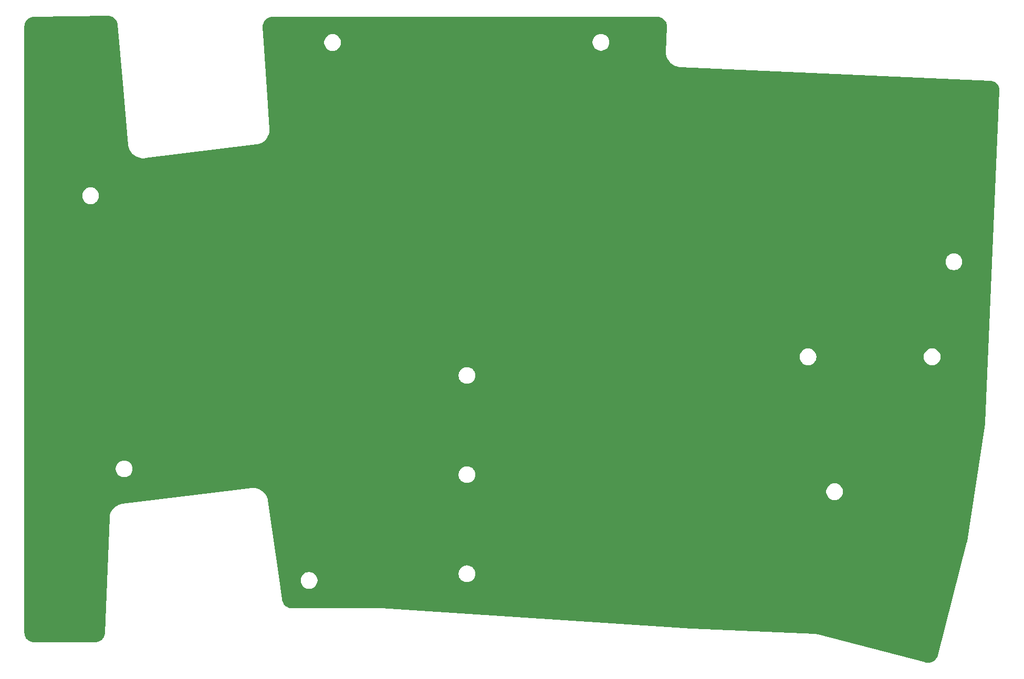
<source format=gtl>
G04 #@! TF.GenerationSoftware,KiCad,Pcbnew,8.0.5-dirty*
G04 #@! TF.CreationDate,2024-10-14T16:10:55+03:00*
G04 #@! TF.ProjectId,Kivipallur_plate,4b697669-7061-46c6-9c75-725f706c6174,1*
G04 #@! TF.SameCoordinates,Original*
G04 #@! TF.FileFunction,Copper,L1,Top*
G04 #@! TF.FilePolarity,Positive*
%FSLAX46Y46*%
G04 Gerber Fmt 4.6, Leading zero omitted, Abs format (unit mm)*
G04 Created by KiCad (PCBNEW 8.0.5-dirty) date 2024-10-14 16:10:55*
%MOMM*%
%LPD*%
G01*
G04 APERTURE LIST*
G04 APERTURE END LIST*
G04 #@! TA.AperFunction,NonConductor*
G36*
X126204477Y-77800176D02*
G01*
X126421547Y-77813863D01*
X126439864Y-77816402D01*
X126647917Y-77861277D01*
X126665657Y-77866515D01*
X126864716Y-77941876D01*
X126881486Y-77949703D01*
X127067087Y-78053856D01*
X127082509Y-78064096D01*
X127250532Y-78194729D01*
X127264260Y-78207153D01*
X127410948Y-78361339D01*
X127422675Y-78375671D01*
X127544769Y-78549987D01*
X127554230Y-78565905D01*
X127649008Y-78756465D01*
X127655993Y-78773614D01*
X127721335Y-78976157D01*
X127725688Y-78994155D01*
X127760786Y-79208109D01*
X127761944Y-79217302D01*
X128681516Y-89657662D01*
X129385790Y-97653651D01*
X129462959Y-98529783D01*
X129468771Y-98595764D01*
X129468906Y-98596641D01*
X129475312Y-98669196D01*
X129475313Y-98669201D01*
X129531878Y-98944697D01*
X129531880Y-98944703D01*
X129619593Y-99211929D01*
X129737300Y-99467367D01*
X129737302Y-99467371D01*
X129737303Y-99467372D01*
X129879702Y-99701491D01*
X129883456Y-99707662D01*
X130056142Y-99929660D01*
X130253090Y-100130445D01*
X130471715Y-100307382D01*
X130471721Y-100307386D01*
X130471724Y-100307388D01*
X130709139Y-100458144D01*
X130709142Y-100458145D01*
X130709145Y-100458147D01*
X130962264Y-100580760D01*
X131227749Y-100673612D01*
X131502112Y-100735484D01*
X131781752Y-100765563D01*
X132062997Y-100763454D01*
X132135122Y-100754614D01*
X132135369Y-100754601D01*
X132143720Y-100753575D01*
X132143724Y-100753576D01*
X132244254Y-100741232D01*
X132261447Y-100739122D01*
X132261448Y-100739121D01*
X132271967Y-100737830D01*
X132271971Y-100737828D01*
X150090842Y-98549946D01*
X150107207Y-98547937D01*
X150107206Y-98547936D01*
X150183998Y-98538510D01*
X150184113Y-98538461D01*
X150249070Y-98530482D01*
X150526830Y-98462896D01*
X150794850Y-98363476D01*
X151049493Y-98233569D01*
X151287306Y-98074938D01*
X151505063Y-97889734D01*
X151699812Y-97680469D01*
X151868910Y-97449981D01*
X152010065Y-97201397D01*
X152121361Y-96938087D01*
X152132916Y-96898406D01*
X152201289Y-96663628D01*
X152232359Y-96479150D01*
X152248767Y-96381729D01*
X152263148Y-96096225D01*
X152258240Y-96022108D01*
X152258241Y-96022015D01*
X151821289Y-89430918D01*
X151327636Y-81984515D01*
X161068290Y-81984515D01*
X161068290Y-82197088D01*
X161101543Y-82407041D01*
X161167234Y-82609216D01*
X161263741Y-82798622D01*
X161388680Y-82970588D01*
X161539003Y-83120911D01*
X161710969Y-83245850D01*
X161710971Y-83245851D01*
X161710974Y-83245853D01*
X161900378Y-83342359D01*
X162102547Y-83408048D01*
X162312503Y-83441302D01*
X162312504Y-83441302D01*
X162525076Y-83441302D01*
X162525077Y-83441302D01*
X162735033Y-83408048D01*
X162937202Y-83342359D01*
X163126606Y-83245853D01*
X163170470Y-83213984D01*
X163298576Y-83120911D01*
X163298578Y-83120908D01*
X163298582Y-83120906D01*
X163448894Y-82970594D01*
X163448896Y-82970590D01*
X163448899Y-82970588D01*
X163573838Y-82798622D01*
X163573837Y-82798622D01*
X163573841Y-82798618D01*
X163670347Y-82609214D01*
X163736036Y-82407045D01*
X163769290Y-82197089D01*
X163769290Y-81984515D01*
X163764243Y-81952649D01*
X204336026Y-81952649D01*
X204336026Y-82165222D01*
X204369279Y-82375175D01*
X204434970Y-82577350D01*
X204531477Y-82766756D01*
X204656416Y-82938722D01*
X204806739Y-83089045D01*
X204978705Y-83213984D01*
X204978707Y-83213985D01*
X204978710Y-83213987D01*
X205168114Y-83310493D01*
X205370283Y-83376182D01*
X205580239Y-83409436D01*
X205580240Y-83409436D01*
X205792812Y-83409436D01*
X205792813Y-83409436D01*
X206002769Y-83376182D01*
X206204938Y-83310493D01*
X206394342Y-83213987D01*
X206416315Y-83198022D01*
X206566312Y-83089045D01*
X206566314Y-83089042D01*
X206566318Y-83089040D01*
X206716630Y-82938728D01*
X206716632Y-82938724D01*
X206716635Y-82938722D01*
X206841574Y-82766756D01*
X206841573Y-82766756D01*
X206841577Y-82766752D01*
X206938083Y-82577348D01*
X207003772Y-82375179D01*
X207037026Y-82165223D01*
X207037026Y-81952649D01*
X207003772Y-81742693D01*
X206938083Y-81540524D01*
X206841577Y-81351120D01*
X206841575Y-81351117D01*
X206841574Y-81351115D01*
X206716635Y-81179149D01*
X206566312Y-81028826D01*
X206394346Y-80903887D01*
X206204940Y-80807380D01*
X206204939Y-80807379D01*
X206204938Y-80807379D01*
X206002769Y-80741690D01*
X206002767Y-80741689D01*
X206002766Y-80741689D01*
X205841483Y-80716144D01*
X205792813Y-80708436D01*
X205580239Y-80708436D01*
X205531568Y-80716144D01*
X205370286Y-80741689D01*
X205168111Y-80807380D01*
X204978705Y-80903887D01*
X204806739Y-81028826D01*
X204656416Y-81179149D01*
X204531477Y-81351115D01*
X204434970Y-81540521D01*
X204369279Y-81742696D01*
X204336026Y-81952649D01*
X163764243Y-81952649D01*
X163736036Y-81774559D01*
X163670347Y-81572390D01*
X163573841Y-81382986D01*
X163573839Y-81382983D01*
X163573838Y-81382981D01*
X163448899Y-81211015D01*
X163298576Y-81060692D01*
X163126610Y-80935753D01*
X162937204Y-80839246D01*
X162937203Y-80839245D01*
X162937202Y-80839245D01*
X162735033Y-80773556D01*
X162735031Y-80773555D01*
X162735030Y-80773555D01*
X162533840Y-80741690D01*
X162525077Y-80740302D01*
X162312503Y-80740302D01*
X162303740Y-80741690D01*
X162102550Y-80773555D01*
X161900375Y-80839246D01*
X161710969Y-80935753D01*
X161539003Y-81060692D01*
X161388680Y-81211015D01*
X161263741Y-81382981D01*
X161167234Y-81572387D01*
X161101543Y-81774562D01*
X161068290Y-81984515D01*
X151327636Y-81984515D01*
X151170886Y-79620061D01*
X151170619Y-79610887D01*
X151172402Y-79394328D01*
X151173921Y-79375981D01*
X151207062Y-79166685D01*
X151211291Y-79148743D01*
X151215861Y-79134270D01*
X151275099Y-78946670D01*
X151281931Y-78929579D01*
X151375000Y-78739190D01*
X151384293Y-78723297D01*
X151504554Y-78548821D01*
X151516106Y-78534473D01*
X151660919Y-78379744D01*
X151674459Y-78367280D01*
X151768052Y-78293180D01*
X151840595Y-78235747D01*
X151855859Y-78225410D01*
X152039655Y-78119965D01*
X152056271Y-78112009D01*
X152253690Y-78034973D01*
X152271293Y-78029574D01*
X152477946Y-77982661D01*
X152496155Y-77979930D01*
X152701287Y-77964638D01*
X152712426Y-77963808D01*
X152721644Y-77963465D01*
X214735278Y-77963465D01*
X214790045Y-77963465D01*
X214799123Y-77963797D01*
X215011834Y-77979414D01*
X215029798Y-77982065D01*
X215233512Y-78027593D01*
X215250890Y-78032840D01*
X215445768Y-78107634D01*
X215462200Y-78115365D01*
X215644048Y-78217812D01*
X215659175Y-78227860D01*
X215824119Y-78355776D01*
X215837616Y-78367926D01*
X215845045Y-78375671D01*
X215982106Y-78518563D01*
X215993679Y-78532548D01*
X216114622Y-78702680D01*
X216124023Y-78718197D01*
X216218824Y-78904180D01*
X216225858Y-78920906D01*
X216268649Y-79047979D01*
X216292473Y-79118726D01*
X216296993Y-79136316D01*
X216333998Y-79341740D01*
X216335900Y-79359801D01*
X216342624Y-79572261D01*
X216342578Y-79581349D01*
X216175447Y-83589784D01*
X216175453Y-83590050D01*
X216172084Y-83670687D01*
X216172084Y-83670703D01*
X216195448Y-83965854D01*
X216254177Y-84256052D01*
X216254180Y-84256063D01*
X216347413Y-84537068D01*
X216347415Y-84537072D01*
X216347417Y-84537077D01*
X216448624Y-84751478D01*
X216473810Y-84804833D01*
X216631513Y-85055416D01*
X216631516Y-85055420D01*
X216631517Y-85055421D01*
X216818246Y-85285202D01*
X217031280Y-85490831D01*
X217267520Y-85669319D01*
X217267527Y-85669323D01*
X217267530Y-85669325D01*
X217523524Y-85818064D01*
X217523527Y-85818065D01*
X217523530Y-85818067D01*
X217795585Y-85934913D01*
X218079718Y-86018154D01*
X218079721Y-86018154D01*
X218079729Y-86018157D01*
X218371827Y-86066587D01*
X218505429Y-86072408D01*
X218505437Y-86072411D01*
X218505438Y-86072409D01*
X268405585Y-88251095D01*
X268405605Y-88251098D01*
X268416808Y-88251587D01*
X268416810Y-88251588D01*
X268471651Y-88253982D01*
X268480439Y-88254680D01*
X268681167Y-88277869D01*
X268686872Y-88278529D01*
X268704257Y-88281808D01*
X268849267Y-88320045D01*
X268900887Y-88333656D01*
X268917624Y-88339374D01*
X269104876Y-88418680D01*
X269120620Y-88426717D01*
X269294683Y-88531867D01*
X269309132Y-88542070D01*
X269466448Y-88670913D01*
X269479301Y-88683071D01*
X269616681Y-88832993D01*
X269627673Y-88846857D01*
X269742318Y-89014804D01*
X269751224Y-89030090D01*
X269840799Y-89212639D01*
X269847440Y-89229038D01*
X269910123Y-89422476D01*
X269914363Y-89439653D01*
X269948881Y-89640056D01*
X269950632Y-89657662D01*
X269956387Y-89864909D01*
X269956317Y-89873760D01*
X267617176Y-143448906D01*
X267617175Y-143448920D01*
X267614472Y-143510859D01*
X267614356Y-143513060D01*
X267611182Y-143564701D01*
X267610834Y-143569097D01*
X267605927Y-143619553D01*
X267605422Y-143623932D01*
X267598610Y-143675043D01*
X267598299Y-143677226D01*
X264745941Y-162513610D01*
X264745938Y-162513626D01*
X264736429Y-162576419D01*
X264736094Y-162578514D01*
X264727768Y-162627785D01*
X264726988Y-162631961D01*
X264717210Y-162679789D01*
X264716287Y-162683940D01*
X264704636Y-162732397D01*
X264704122Y-162734456D01*
X259989605Y-180964139D01*
X259989602Y-180964158D01*
X259975333Y-181019331D01*
X259972808Y-181027828D01*
X259906431Y-181225097D01*
X259899594Y-181241447D01*
X259807779Y-181423267D01*
X259798680Y-181438475D01*
X259681891Y-181605340D01*
X259670718Y-181619095D01*
X259531335Y-181767607D01*
X259518315Y-181779629D01*
X259359178Y-181906761D01*
X259344577Y-181916805D01*
X259168952Y-182019947D01*
X259153069Y-182027807D01*
X258964524Y-182104865D01*
X258947682Y-182110380D01*
X258750084Y-182159771D01*
X258732628Y-182162829D01*
X258530004Y-182183549D01*
X258512291Y-182184087D01*
X258308789Y-182175711D01*
X258291179Y-182173719D01*
X258086443Y-182135579D01*
X258077792Y-182133645D01*
X258017154Y-182117794D01*
X258017143Y-182117792D01*
X240692045Y-177588974D01*
X240692044Y-177588973D01*
X240656151Y-177579591D01*
X240656151Y-177579590D01*
X240591147Y-177562599D01*
X240591055Y-177562581D01*
X240572326Y-177557686D01*
X240572321Y-177557685D01*
X240572322Y-177557685D01*
X240402001Y-177525810D01*
X240303362Y-177514484D01*
X240229854Y-177506044D01*
X240210471Y-177505196D01*
X240210410Y-177505190D01*
X220396620Y-176640101D01*
X220396183Y-176640081D01*
X220385737Y-176639588D01*
X220384838Y-176639542D01*
X220374834Y-176638997D01*
X220373963Y-176638947D01*
X220363254Y-176638288D01*
X220362834Y-176638261D01*
X220361633Y-176638183D01*
X220361621Y-176638178D01*
X220361600Y-176638181D01*
X220297367Y-176633991D01*
X220297305Y-176633991D01*
X170241097Y-173372027D01*
X170241069Y-173372023D01*
X170222866Y-173370838D01*
X170222865Y-173370838D01*
X170218110Y-173370528D01*
X170173952Y-173367651D01*
X170147432Y-173365923D01*
X170147395Y-173365921D01*
X170147393Y-173365920D01*
X170114592Y-173363783D01*
X170101529Y-173363930D01*
X170094310Y-173363617D01*
X170087139Y-173363461D01*
X170074100Y-173362465D01*
X170073921Y-173362465D01*
X155819804Y-173362465D01*
X155810946Y-173362148D01*
X155603485Y-173347290D01*
X155585956Y-173344767D01*
X155486509Y-173323108D01*
X155387063Y-173301450D01*
X155370073Y-173296455D01*
X155299357Y-173270048D01*
X155179378Y-173225244D01*
X155163271Y-173217878D01*
X154984672Y-173120228D01*
X154969780Y-173110644D01*
X154806920Y-172988552D01*
X154793543Y-172976944D01*
X154649723Y-172832880D01*
X154638138Y-172819484D01*
X154516322Y-172656417D01*
X154506762Y-172641507D01*
X154409414Y-172462738D01*
X154402077Y-172446620D01*
X154331187Y-172255799D01*
X154326227Y-172238821D01*
X154282108Y-172034578D01*
X154280550Y-172025868D01*
X154270997Y-171958700D01*
X154270993Y-171958687D01*
X153818338Y-168776323D01*
X157282977Y-168776323D01*
X157282977Y-168988896D01*
X157316230Y-169198849D01*
X157381921Y-169401024D01*
X157478428Y-169590430D01*
X157603367Y-169762396D01*
X157753690Y-169912719D01*
X157925656Y-170037658D01*
X157925658Y-170037659D01*
X157925661Y-170037661D01*
X158115065Y-170134167D01*
X158317234Y-170199856D01*
X158527190Y-170233110D01*
X158527191Y-170233110D01*
X158739763Y-170233110D01*
X158739764Y-170233110D01*
X158949720Y-170199856D01*
X159151889Y-170134167D01*
X159341293Y-170037661D01*
X159363266Y-170021696D01*
X159513263Y-169912719D01*
X159513265Y-169912716D01*
X159513269Y-169912714D01*
X159663581Y-169762402D01*
X159663583Y-169762398D01*
X159663586Y-169762396D01*
X159788525Y-169590430D01*
X159788524Y-169590430D01*
X159788528Y-169590426D01*
X159885034Y-169401022D01*
X159950723Y-169198853D01*
X159983977Y-168988897D01*
X159983977Y-168776323D01*
X159950723Y-168566367D01*
X159885034Y-168364198D01*
X159788528Y-168174794D01*
X159788526Y-168174791D01*
X159788525Y-168174789D01*
X159663586Y-168002823D01*
X159513263Y-167852500D01*
X159341297Y-167727561D01*
X159300312Y-167706678D01*
X182729209Y-167706678D01*
X182729209Y-167919252D01*
X182762463Y-168129208D01*
X182777273Y-168174789D01*
X182828153Y-168331379D01*
X182924660Y-168520785D01*
X183049599Y-168692751D01*
X183199922Y-168843074D01*
X183371888Y-168968013D01*
X183371890Y-168968014D01*
X183371893Y-168968016D01*
X183561297Y-169064522D01*
X183763466Y-169130211D01*
X183973422Y-169163465D01*
X183973423Y-169163465D01*
X184185995Y-169163465D01*
X184185996Y-169163465D01*
X184395952Y-169130211D01*
X184598121Y-169064522D01*
X184787525Y-168968016D01*
X184809498Y-168952051D01*
X184959495Y-168843074D01*
X184959497Y-168843071D01*
X184959501Y-168843069D01*
X185109813Y-168692757D01*
X185109815Y-168692753D01*
X185109818Y-168692751D01*
X185234757Y-168520785D01*
X185234756Y-168520785D01*
X185234760Y-168520781D01*
X185331266Y-168331377D01*
X185396955Y-168129208D01*
X185430209Y-167919252D01*
X185430209Y-167706678D01*
X185396955Y-167496722D01*
X185331266Y-167294553D01*
X185234760Y-167105149D01*
X185234758Y-167105146D01*
X185234757Y-167105144D01*
X185109818Y-166933178D01*
X184959495Y-166782855D01*
X184787529Y-166657916D01*
X184598123Y-166561409D01*
X184598122Y-166561408D01*
X184598121Y-166561408D01*
X184395952Y-166495719D01*
X184395950Y-166495718D01*
X184395949Y-166495718D01*
X184234666Y-166470173D01*
X184185996Y-166462465D01*
X183973422Y-166462465D01*
X183924751Y-166470173D01*
X183763469Y-166495718D01*
X183561294Y-166561409D01*
X183371888Y-166657916D01*
X183199922Y-166782855D01*
X183049599Y-166933178D01*
X182924660Y-167105144D01*
X182828153Y-167294550D01*
X182762462Y-167496725D01*
X182756858Y-167532110D01*
X182729209Y-167706678D01*
X159300312Y-167706678D01*
X159151891Y-167631054D01*
X159151890Y-167631053D01*
X159151889Y-167631053D01*
X158949720Y-167565364D01*
X158949718Y-167565363D01*
X158949717Y-167565363D01*
X158788434Y-167539818D01*
X158739764Y-167532110D01*
X158527190Y-167532110D01*
X158478519Y-167539818D01*
X158317237Y-167565363D01*
X158115062Y-167631054D01*
X157925656Y-167727561D01*
X157753690Y-167852500D01*
X157603367Y-168002823D01*
X157478428Y-168174789D01*
X157381921Y-168364195D01*
X157316230Y-168566370D01*
X157282977Y-168776323D01*
X153818338Y-168776323D01*
X151999466Y-155988841D01*
X151999465Y-155988840D01*
X151998442Y-155981642D01*
X151998114Y-155980077D01*
X151987069Y-155902633D01*
X151947962Y-155755998D01*
X151911613Y-155619702D01*
X151911612Y-155619698D01*
X151844239Y-155451013D01*
X151802998Y-155347755D01*
X151662776Y-155090683D01*
X151492940Y-154852137D01*
X151492937Y-154852134D01*
X151492936Y-154852132D01*
X151492934Y-154852130D01*
X151295912Y-154635516D01*
X151295904Y-154635508D01*
X151098799Y-154464934D01*
X242008941Y-154464934D01*
X242008941Y-154677507D01*
X242042194Y-154887460D01*
X242107885Y-155089635D01*
X242204392Y-155279041D01*
X242329331Y-155451007D01*
X242479654Y-155601330D01*
X242651620Y-155726269D01*
X242651622Y-155726270D01*
X242651625Y-155726272D01*
X242841029Y-155822778D01*
X243043198Y-155888467D01*
X243253154Y-155921721D01*
X243253155Y-155921721D01*
X243465727Y-155921721D01*
X243465728Y-155921721D01*
X243675684Y-155888467D01*
X243877853Y-155822778D01*
X244067257Y-155726272D01*
X244089230Y-155710307D01*
X244239227Y-155601330D01*
X244239229Y-155601327D01*
X244239233Y-155601325D01*
X244389545Y-155451013D01*
X244389547Y-155451009D01*
X244389550Y-155451007D01*
X244514489Y-155279041D01*
X244514488Y-155279041D01*
X244514492Y-155279037D01*
X244610998Y-155089633D01*
X244676687Y-154887464D01*
X244709941Y-154677508D01*
X244709941Y-154464934D01*
X244676687Y-154254978D01*
X244610998Y-154052809D01*
X244514492Y-153863405D01*
X244514490Y-153863402D01*
X244514489Y-153863400D01*
X244389550Y-153691434D01*
X244239227Y-153541111D01*
X244067261Y-153416172D01*
X243877855Y-153319665D01*
X243877854Y-153319664D01*
X243877853Y-153319664D01*
X243675684Y-153253975D01*
X243675682Y-153253974D01*
X243675681Y-153253974D01*
X243514398Y-153228429D01*
X243465728Y-153220721D01*
X243253154Y-153220721D01*
X243204483Y-153228429D01*
X243043201Y-153253974D01*
X242841026Y-153319665D01*
X242651620Y-153416172D01*
X242479654Y-153541111D01*
X242329331Y-153691434D01*
X242204392Y-153863400D01*
X242107885Y-154052806D01*
X242042194Y-154254981D01*
X242008941Y-154464934D01*
X151098799Y-154464934D01*
X151074484Y-154443892D01*
X151074482Y-154443890D01*
X150831817Y-154280001D01*
X150831811Y-154279997D01*
X150571374Y-154146178D01*
X150571366Y-154146175D01*
X150571357Y-154146170D01*
X150296817Y-154044308D01*
X150296811Y-154044306D01*
X150296807Y-154044305D01*
X150012103Y-153975862D01*
X149810051Y-153952203D01*
X149721260Y-153941806D01*
X149721259Y-153941806D01*
X149428427Y-153942625D01*
X149428423Y-153942625D01*
X149350147Y-153952203D01*
X149349701Y-153952229D01*
X149341963Y-153953179D01*
X146680228Y-154279999D01*
X128533360Y-156508154D01*
X128532788Y-156508262D01*
X128456916Y-156517616D01*
X128456908Y-156517617D01*
X128456907Y-156517618D01*
X128177167Y-156585938D01*
X128177163Y-156585939D01*
X127907352Y-156686549D01*
X127651169Y-156818072D01*
X127412182Y-156978671D01*
X127412154Y-156978692D01*
X127193628Y-157166166D01*
X127193607Y-157166186D01*
X126998528Y-157377977D01*
X126829576Y-157611182D01*
X126829573Y-157611186D01*
X126689115Y-157862537D01*
X126689100Y-157862568D01*
X126579044Y-158128637D01*
X126579040Y-158128649D01*
X126500893Y-158405809D01*
X126455746Y-158690200D01*
X126452648Y-158766525D01*
X126452591Y-158767061D01*
X125709047Y-177312608D01*
X125709044Y-177312654D01*
X125706715Y-177370739D01*
X125706071Y-177379325D01*
X125692255Y-177504847D01*
X125683915Y-177580617D01*
X125680841Y-177597583D01*
X125632047Y-177789643D01*
X125626650Y-177806018D01*
X125551684Y-177989460D01*
X125544068Y-178004929D01*
X125444379Y-178176204D01*
X125434694Y-178190460D01*
X125312211Y-178346252D01*
X125300643Y-178359027D01*
X125157739Y-178496317D01*
X125144505Y-178507369D01*
X124983939Y-178623510D01*
X124969301Y-178632619D01*
X124794177Y-178725366D01*
X124778416Y-178732357D01*
X124592119Y-178799916D01*
X124575540Y-178804653D01*
X124381670Y-178845718D01*
X124364595Y-178848109D01*
X124184016Y-178860693D01*
X124163127Y-178862149D01*
X124162897Y-178862165D01*
X124154277Y-178862465D01*
X114284135Y-178862465D01*
X114275289Y-178862149D01*
X114068036Y-178847326D01*
X114050524Y-178844808D01*
X113851836Y-178801587D01*
X113834860Y-178796603D01*
X113644333Y-178725540D01*
X113628240Y-178718190D01*
X113449777Y-178620741D01*
X113434893Y-178611176D01*
X113272110Y-178489317D01*
X113258739Y-178477731D01*
X113114956Y-178333946D01*
X113103370Y-178320575D01*
X112981511Y-178157788D01*
X112971949Y-178142909D01*
X112874495Y-177964430D01*
X112867153Y-177948352D01*
X112796089Y-177757818D01*
X112791110Y-177740860D01*
X112747886Y-177542147D01*
X112745370Y-177524638D01*
X112730524Y-177317025D01*
X112730209Y-177308186D01*
X112730210Y-177253663D01*
X112730209Y-177253659D01*
X112730209Y-150775801D01*
X127467021Y-150775801D01*
X127467021Y-150988374D01*
X127500274Y-151198327D01*
X127565965Y-151400502D01*
X127662472Y-151589908D01*
X127787411Y-151761874D01*
X127937734Y-151912197D01*
X128109700Y-152037136D01*
X128109702Y-152037137D01*
X128109705Y-152037139D01*
X128299109Y-152133645D01*
X128501278Y-152199334D01*
X128711234Y-152232588D01*
X128711235Y-152232588D01*
X128923807Y-152232588D01*
X128923808Y-152232588D01*
X129133764Y-152199334D01*
X129335933Y-152133645D01*
X129525337Y-152037139D01*
X129547310Y-152021174D01*
X129697307Y-151912197D01*
X129697309Y-151912194D01*
X129697313Y-151912192D01*
X129847625Y-151761880D01*
X129847627Y-151761876D01*
X129847630Y-151761874D01*
X129887732Y-151706678D01*
X182729209Y-151706678D01*
X182729209Y-151919251D01*
X182747880Y-152037139D01*
X182762463Y-152129208D01*
X182796053Y-152232588D01*
X182828153Y-152331379D01*
X182924660Y-152520785D01*
X183049599Y-152692751D01*
X183199922Y-152843074D01*
X183371888Y-152968013D01*
X183371890Y-152968014D01*
X183371893Y-152968016D01*
X183561297Y-153064522D01*
X183763466Y-153130211D01*
X183973422Y-153163465D01*
X183973423Y-153163465D01*
X184185995Y-153163465D01*
X184185996Y-153163465D01*
X184395952Y-153130211D01*
X184598121Y-153064522D01*
X184787525Y-152968016D01*
X184809498Y-152952051D01*
X184959495Y-152843074D01*
X184959497Y-152843071D01*
X184959501Y-152843069D01*
X185109813Y-152692757D01*
X185109815Y-152692753D01*
X185109818Y-152692751D01*
X185234757Y-152520785D01*
X185234756Y-152520785D01*
X185234760Y-152520781D01*
X185331266Y-152331377D01*
X185396955Y-152129208D01*
X185430209Y-151919252D01*
X185430209Y-151706678D01*
X185396955Y-151496722D01*
X185331266Y-151294553D01*
X185234760Y-151105149D01*
X185234758Y-151105146D01*
X185234757Y-151105144D01*
X185109818Y-150933178D01*
X184959495Y-150782855D01*
X184787529Y-150657916D01*
X184598123Y-150561409D01*
X184598122Y-150561408D01*
X184598121Y-150561408D01*
X184395952Y-150495719D01*
X184395950Y-150495718D01*
X184395949Y-150495718D01*
X184234666Y-150470173D01*
X184185996Y-150462465D01*
X183973422Y-150462465D01*
X183924751Y-150470173D01*
X183763469Y-150495718D01*
X183561294Y-150561409D01*
X183371888Y-150657916D01*
X183199922Y-150782855D01*
X183049599Y-150933178D01*
X182924660Y-151105144D01*
X182828153Y-151294550D01*
X182762462Y-151496725D01*
X182729209Y-151706678D01*
X129887732Y-151706678D01*
X129972569Y-151589908D01*
X129972568Y-151589908D01*
X129972572Y-151589904D01*
X130069078Y-151400500D01*
X130134767Y-151198331D01*
X130168021Y-150988375D01*
X130168021Y-150775801D01*
X130134767Y-150565845D01*
X130069078Y-150363676D01*
X129972572Y-150174272D01*
X129972570Y-150174269D01*
X129972569Y-150174267D01*
X129847630Y-150002301D01*
X129697307Y-149851978D01*
X129525341Y-149727039D01*
X129335935Y-149630532D01*
X129335934Y-149630531D01*
X129335933Y-149630531D01*
X129133764Y-149564842D01*
X129133762Y-149564841D01*
X129133761Y-149564841D01*
X128972478Y-149539296D01*
X128923808Y-149531588D01*
X128711234Y-149531588D01*
X128662563Y-149539296D01*
X128501281Y-149564841D01*
X128299106Y-149630532D01*
X128109700Y-149727039D01*
X127937734Y-149851978D01*
X127787411Y-150002301D01*
X127662472Y-150174267D01*
X127565965Y-150363673D01*
X127500274Y-150565848D01*
X127467021Y-150775801D01*
X112730209Y-150775801D01*
X112730209Y-135706678D01*
X182729209Y-135706678D01*
X182729209Y-135919251D01*
X182762462Y-136129204D01*
X182828153Y-136331379D01*
X182924660Y-136520785D01*
X183049599Y-136692751D01*
X183199922Y-136843074D01*
X183371888Y-136968013D01*
X183371890Y-136968014D01*
X183371893Y-136968016D01*
X183561297Y-137064522D01*
X183763466Y-137130211D01*
X183973422Y-137163465D01*
X183973423Y-137163465D01*
X184185995Y-137163465D01*
X184185996Y-137163465D01*
X184395952Y-137130211D01*
X184598121Y-137064522D01*
X184787525Y-136968016D01*
X184809498Y-136952051D01*
X184959495Y-136843074D01*
X184959497Y-136843071D01*
X184959501Y-136843069D01*
X185109813Y-136692757D01*
X185109815Y-136692753D01*
X185109818Y-136692751D01*
X185234757Y-136520785D01*
X185234756Y-136520785D01*
X185234760Y-136520781D01*
X185331266Y-136331377D01*
X185396955Y-136129208D01*
X185430209Y-135919252D01*
X185430209Y-135706678D01*
X185396955Y-135496722D01*
X185331266Y-135294553D01*
X185234760Y-135105149D01*
X185234758Y-135105146D01*
X185234757Y-135105144D01*
X185109818Y-134933178D01*
X184959495Y-134782855D01*
X184787529Y-134657916D01*
X184598123Y-134561409D01*
X184598122Y-134561408D01*
X184598121Y-134561408D01*
X184395952Y-134495719D01*
X184395950Y-134495718D01*
X184395949Y-134495718D01*
X184234666Y-134470173D01*
X184185996Y-134462465D01*
X183973422Y-134462465D01*
X183924751Y-134470173D01*
X183763469Y-134495718D01*
X183561294Y-134561409D01*
X183371888Y-134657916D01*
X183199922Y-134782855D01*
X183049599Y-134933178D01*
X182924660Y-135105144D01*
X182828153Y-135294550D01*
X182762462Y-135496725D01*
X182729209Y-135706678D01*
X112730209Y-135706678D01*
X112730209Y-132706678D01*
X237729209Y-132706678D01*
X237729209Y-132919251D01*
X237762462Y-133129204D01*
X237828153Y-133331379D01*
X237924660Y-133520785D01*
X238049599Y-133692751D01*
X238199922Y-133843074D01*
X238371888Y-133968013D01*
X238371890Y-133968014D01*
X238371893Y-133968016D01*
X238561297Y-134064522D01*
X238763466Y-134130211D01*
X238973422Y-134163465D01*
X238973423Y-134163465D01*
X239185995Y-134163465D01*
X239185996Y-134163465D01*
X239395952Y-134130211D01*
X239598121Y-134064522D01*
X239787525Y-133968016D01*
X239809498Y-133952051D01*
X239959495Y-133843074D01*
X239959497Y-133843071D01*
X239959501Y-133843069D01*
X240109813Y-133692757D01*
X240109815Y-133692753D01*
X240109818Y-133692751D01*
X240234757Y-133520785D01*
X240234756Y-133520785D01*
X240234760Y-133520781D01*
X240331266Y-133331377D01*
X240396955Y-133129208D01*
X240430209Y-132919252D01*
X240430209Y-132706678D01*
X257729209Y-132706678D01*
X257729209Y-132919251D01*
X257762462Y-133129204D01*
X257828153Y-133331379D01*
X257924660Y-133520785D01*
X258049599Y-133692751D01*
X258199922Y-133843074D01*
X258371888Y-133968013D01*
X258371890Y-133968014D01*
X258371893Y-133968016D01*
X258561297Y-134064522D01*
X258763466Y-134130211D01*
X258973422Y-134163465D01*
X258973423Y-134163465D01*
X259185995Y-134163465D01*
X259185996Y-134163465D01*
X259395952Y-134130211D01*
X259598121Y-134064522D01*
X259787525Y-133968016D01*
X259809498Y-133952051D01*
X259959495Y-133843074D01*
X259959497Y-133843071D01*
X259959501Y-133843069D01*
X260109813Y-133692757D01*
X260109815Y-133692753D01*
X260109818Y-133692751D01*
X260234757Y-133520785D01*
X260234756Y-133520785D01*
X260234760Y-133520781D01*
X260331266Y-133331377D01*
X260396955Y-133129208D01*
X260430209Y-132919252D01*
X260430209Y-132706678D01*
X260396955Y-132496722D01*
X260331266Y-132294553D01*
X260234760Y-132105149D01*
X260234758Y-132105146D01*
X260234757Y-132105144D01*
X260109818Y-131933178D01*
X259959495Y-131782855D01*
X259787529Y-131657916D01*
X259598123Y-131561409D01*
X259598122Y-131561408D01*
X259598121Y-131561408D01*
X259395952Y-131495719D01*
X259395950Y-131495718D01*
X259395949Y-131495718D01*
X259234666Y-131470173D01*
X259185996Y-131462465D01*
X258973422Y-131462465D01*
X258924751Y-131470173D01*
X258763469Y-131495718D01*
X258561294Y-131561409D01*
X258371888Y-131657916D01*
X258199922Y-131782855D01*
X258049599Y-131933178D01*
X257924660Y-132105144D01*
X257828153Y-132294550D01*
X257762462Y-132496725D01*
X257729209Y-132706678D01*
X240430209Y-132706678D01*
X240396955Y-132496722D01*
X240331266Y-132294553D01*
X240234760Y-132105149D01*
X240234758Y-132105146D01*
X240234757Y-132105144D01*
X240109818Y-131933178D01*
X239959495Y-131782855D01*
X239787529Y-131657916D01*
X239598123Y-131561409D01*
X239598122Y-131561408D01*
X239598121Y-131561408D01*
X239395952Y-131495719D01*
X239395950Y-131495718D01*
X239395949Y-131495718D01*
X239234666Y-131470173D01*
X239185996Y-131462465D01*
X238973422Y-131462465D01*
X238924751Y-131470173D01*
X238763469Y-131495718D01*
X238561294Y-131561409D01*
X238371888Y-131657916D01*
X238199922Y-131782855D01*
X238049599Y-131933178D01*
X237924660Y-132105144D01*
X237828153Y-132294550D01*
X237762462Y-132496725D01*
X237729209Y-132706678D01*
X112730209Y-132706678D01*
X112730209Y-117368708D01*
X261245364Y-117368708D01*
X261245364Y-117581281D01*
X261278617Y-117791234D01*
X261344308Y-117993409D01*
X261440815Y-118182815D01*
X261565754Y-118354781D01*
X261716077Y-118505104D01*
X261888043Y-118630043D01*
X261888045Y-118630044D01*
X261888048Y-118630046D01*
X262077452Y-118726552D01*
X262279621Y-118792241D01*
X262489577Y-118825495D01*
X262489578Y-118825495D01*
X262702150Y-118825495D01*
X262702151Y-118825495D01*
X262912107Y-118792241D01*
X263114276Y-118726552D01*
X263303680Y-118630046D01*
X263325653Y-118614081D01*
X263475650Y-118505104D01*
X263475652Y-118505101D01*
X263475656Y-118505099D01*
X263625968Y-118354787D01*
X263625970Y-118354783D01*
X263625973Y-118354781D01*
X263750912Y-118182815D01*
X263750911Y-118182815D01*
X263750915Y-118182811D01*
X263847421Y-117993407D01*
X263913110Y-117791238D01*
X263946364Y-117581282D01*
X263946364Y-117368708D01*
X263913110Y-117158752D01*
X263847421Y-116956583D01*
X263750915Y-116767179D01*
X263750913Y-116767176D01*
X263750912Y-116767174D01*
X263625973Y-116595208D01*
X263475650Y-116444885D01*
X263303684Y-116319946D01*
X263114278Y-116223439D01*
X263114277Y-116223438D01*
X263114276Y-116223438D01*
X262912107Y-116157749D01*
X262912105Y-116157748D01*
X262912104Y-116157748D01*
X262750821Y-116132203D01*
X262702151Y-116124495D01*
X262489577Y-116124495D01*
X262440906Y-116132203D01*
X262279624Y-116157748D01*
X262077449Y-116223439D01*
X261888043Y-116319946D01*
X261716077Y-116444885D01*
X261565754Y-116595208D01*
X261440815Y-116767174D01*
X261344308Y-116956580D01*
X261278617Y-117158755D01*
X261245364Y-117368708D01*
X112730209Y-117368708D01*
X112730209Y-106706752D01*
X122056022Y-106706752D01*
X122056022Y-106919325D01*
X122089275Y-107129278D01*
X122154966Y-107331453D01*
X122251473Y-107520859D01*
X122376412Y-107692825D01*
X122526735Y-107843148D01*
X122698701Y-107968087D01*
X122698703Y-107968088D01*
X122698706Y-107968090D01*
X122888110Y-108064596D01*
X123090279Y-108130285D01*
X123300235Y-108163539D01*
X123300236Y-108163539D01*
X123512808Y-108163539D01*
X123512809Y-108163539D01*
X123722765Y-108130285D01*
X123924934Y-108064596D01*
X124114338Y-107968090D01*
X124136311Y-107952125D01*
X124286308Y-107843148D01*
X124286310Y-107843145D01*
X124286314Y-107843143D01*
X124436626Y-107692831D01*
X124436628Y-107692827D01*
X124436631Y-107692825D01*
X124561570Y-107520859D01*
X124561569Y-107520859D01*
X124561573Y-107520855D01*
X124658079Y-107331451D01*
X124723768Y-107129282D01*
X124757022Y-106919326D01*
X124757022Y-106706752D01*
X124723768Y-106496796D01*
X124658079Y-106294627D01*
X124561573Y-106105223D01*
X124561571Y-106105220D01*
X124561570Y-106105218D01*
X124436631Y-105933252D01*
X124286308Y-105782929D01*
X124114342Y-105657990D01*
X123924936Y-105561483D01*
X123924935Y-105561482D01*
X123924934Y-105561482D01*
X123722765Y-105495793D01*
X123722763Y-105495792D01*
X123722762Y-105495792D01*
X123561479Y-105470247D01*
X123512809Y-105462539D01*
X123300235Y-105462539D01*
X123251564Y-105470247D01*
X123090282Y-105495792D01*
X122888107Y-105561483D01*
X122698701Y-105657990D01*
X122526735Y-105782929D01*
X122376412Y-105933252D01*
X122251473Y-106105218D01*
X122154966Y-106294624D01*
X122089275Y-106496799D01*
X122056022Y-106706752D01*
X112730209Y-106706752D01*
X112730209Y-79493994D01*
X112730520Y-79485214D01*
X112731324Y-79473890D01*
X112745124Y-79279482D01*
X112747600Y-79262130D01*
X112790190Y-79064827D01*
X112795097Y-79047985D01*
X112865126Y-78858687D01*
X112872361Y-78842707D01*
X112968434Y-78665189D01*
X112977856Y-78650389D01*
X113098035Y-78488231D01*
X113109452Y-78474912D01*
X113251338Y-78331349D01*
X113264528Y-78319773D01*
X113425251Y-78197708D01*
X113439944Y-78188108D01*
X113616319Y-78089958D01*
X113632210Y-78082536D01*
X113820670Y-78010289D01*
X113837468Y-78005182D01*
X114034239Y-77960281D01*
X114051588Y-77957596D01*
X114257299Y-77940563D01*
X114266057Y-77940150D01*
X114304267Y-77939701D01*
X114371728Y-77938909D01*
X114371734Y-77938907D01*
X126162326Y-77800327D01*
X126195241Y-77799940D01*
X126204477Y-77800176D01*
G37*
G04 #@! TD.AperFunction*
M02*

</source>
